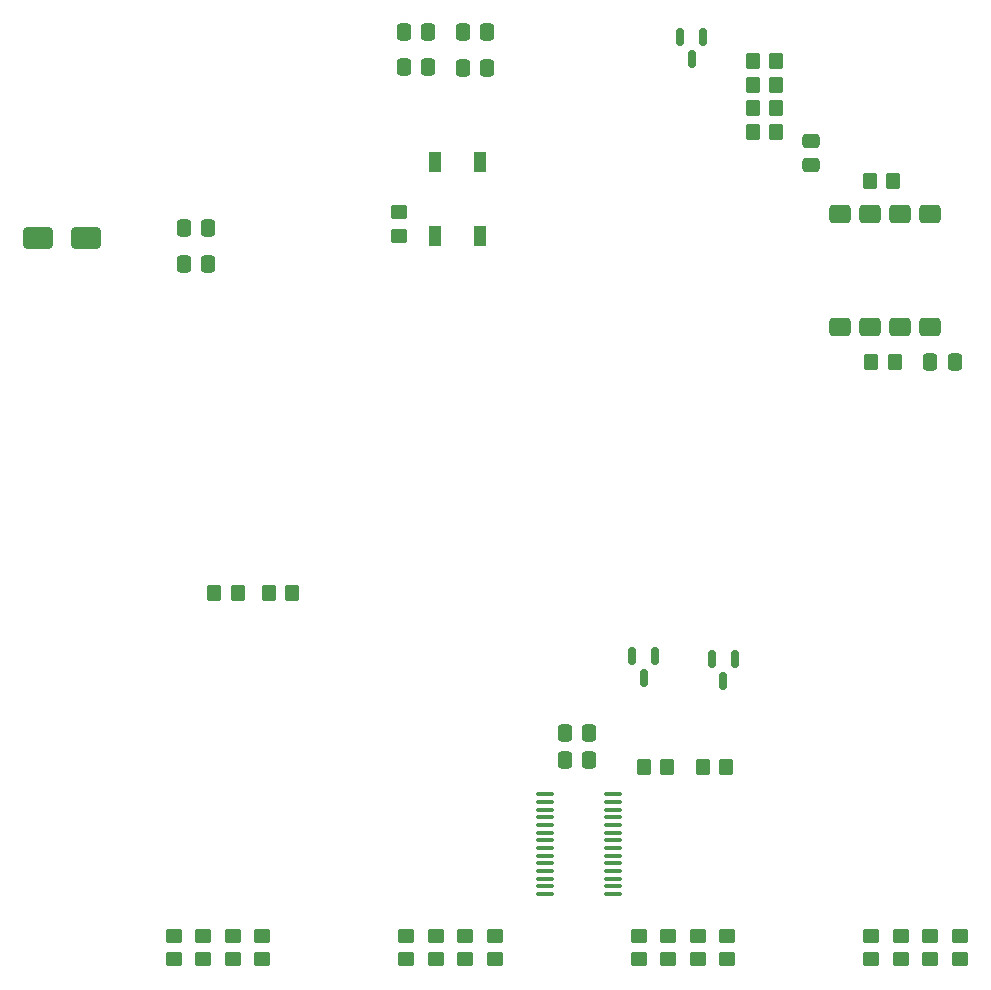
<source format=gbr>
%TF.GenerationSoftware,KiCad,Pcbnew,7.0.6+dfsg-1*%
%TF.CreationDate,2023-07-26T00:01:03-03:00*%
%TF.ProjectId,DMX_servo_controller_hardware,444d585f-7365-4727-966f-5f636f6e7472,rev?*%
%TF.SameCoordinates,Original*%
%TF.FileFunction,Paste,Top*%
%TF.FilePolarity,Positive*%
%FSLAX46Y46*%
G04 Gerber Fmt 4.6, Leading zero omitted, Abs format (unit mm)*
G04 Created by KiCad (PCBNEW 7.0.6+dfsg-1) date 2023-07-26 00:01:03*
%MOMM*%
%LPD*%
G01*
G04 APERTURE LIST*
G04 Aperture macros list*
%AMRoundRect*
0 Rectangle with rounded corners*
0 $1 Rounding radius*
0 $2 $3 $4 $5 $6 $7 $8 $9 X,Y pos of 4 corners*
0 Add a 4 corners polygon primitive as box body*
4,1,4,$2,$3,$4,$5,$6,$7,$8,$9,$2,$3,0*
0 Add four circle primitives for the rounded corners*
1,1,$1+$1,$2,$3*
1,1,$1+$1,$4,$5*
1,1,$1+$1,$6,$7*
1,1,$1+$1,$8,$9*
0 Add four rect primitives between the rounded corners*
20,1,$1+$1,$2,$3,$4,$5,0*
20,1,$1+$1,$4,$5,$6,$7,0*
20,1,$1+$1,$6,$7,$8,$9,0*
20,1,$1+$1,$8,$9,$2,$3,0*%
G04 Aperture macros list end*
%ADD10RoundRect,0.250000X0.337500X0.475000X-0.337500X0.475000X-0.337500X-0.475000X0.337500X-0.475000X0*%
%ADD11RoundRect,0.250000X-0.450000X0.350000X-0.450000X-0.350000X0.450000X-0.350000X0.450000X0.350000X0*%
%ADD12RoundRect,0.250000X-0.475000X0.337500X-0.475000X-0.337500X0.475000X-0.337500X0.475000X0.337500X0*%
%ADD13RoundRect,0.250000X-0.350000X-0.450000X0.350000X-0.450000X0.350000X0.450000X-0.350000X0.450000X0*%
%ADD14RoundRect,0.250000X-0.337500X-0.475000X0.337500X-0.475000X0.337500X0.475000X-0.337500X0.475000X0*%
%ADD15RoundRect,0.250000X0.350000X0.450000X-0.350000X0.450000X-0.350000X-0.450000X0.350000X-0.450000X0*%
%ADD16RoundRect,0.150000X-0.150000X0.587500X-0.150000X-0.587500X0.150000X-0.587500X0.150000X0.587500X0*%
%ADD17RoundRect,0.100000X-0.637500X-0.100000X0.637500X-0.100000X0.637500X0.100000X-0.637500X0.100000X0*%
%ADD18R,1.000000X1.700000*%
%ADD19RoundRect,0.250000X1.000000X0.650000X-1.000000X0.650000X-1.000000X-0.650000X1.000000X-0.650000X0*%
%ADD20RoundRect,0.249344X-0.640656X0.510656X-0.640656X-0.510656X0.640656X-0.510656X0.640656X0.510656X0*%
G04 APERTURE END LIST*
D10*
%TO.C,C9*%
X118400000Y-90655000D03*
X116325000Y-90655000D03*
%TD*%
D11*
%TO.C,R16*%
X140150000Y-147531250D03*
X140150000Y-149531250D03*
%TD*%
%TO.C,R11*%
X117975000Y-147531250D03*
X117975000Y-149531250D03*
%TD*%
%TO.C,R19*%
X157325000Y-147531250D03*
X157325000Y-149531250D03*
%TD*%
%TO.C,R25*%
X182000000Y-147531250D03*
X182000000Y-149531250D03*
%TD*%
%TO.C,R23*%
X177000000Y-147531250D03*
X177000000Y-149531250D03*
%TD*%
D12*
%TO.C,C11*%
X169399416Y-80242500D03*
X169399416Y-82317500D03*
%TD*%
D10*
%TO.C,C5*%
X137000727Y-74000000D03*
X134925727Y-74000000D03*
%TD*%
D11*
%TO.C,R20*%
X159825000Y-147531250D03*
X159825000Y-149531250D03*
%TD*%
D13*
%TO.C,R1*%
X118900000Y-118500000D03*
X120900000Y-118500000D03*
%TD*%
D11*
%TO.C,R22*%
X174500000Y-147531250D03*
X174500000Y-149531250D03*
%TD*%
D13*
%TO.C,R6*%
X164481000Y-75488800D03*
X166481000Y-75488800D03*
%TD*%
%TO.C,R8*%
X164481000Y-73507600D03*
X166481000Y-73507600D03*
%TD*%
D14*
%TO.C,C6*%
X179517583Y-98992498D03*
X181592583Y-98992498D03*
%TD*%
D11*
%TO.C,R21*%
X162325000Y-147531250D03*
X162325000Y-149531250D03*
%TD*%
D15*
%TO.C,R5*%
X157250000Y-133281250D03*
X155250000Y-133281250D03*
%TD*%
D13*
%TO.C,R7*%
X164481000Y-77456014D03*
X166481000Y-77456014D03*
%TD*%
D11*
%TO.C,R17*%
X142650000Y-147531250D03*
X142650000Y-149531250D03*
%TD*%
%TO.C,R28*%
X134530000Y-86300000D03*
X134530000Y-88300000D03*
%TD*%
D10*
%TO.C,C1*%
X150637500Y-132650000D03*
X148562500Y-132650000D03*
%TD*%
D15*
%TO.C,R27*%
X176500000Y-98992498D03*
X174500000Y-98992498D03*
%TD*%
D10*
%TO.C,C2*%
X150637500Y-130400000D03*
X148562500Y-130400000D03*
%TD*%
D11*
%TO.C,R18*%
X154825000Y-147531250D03*
X154825000Y-149531250D03*
%TD*%
D15*
%TO.C,R2*%
X125500000Y-118500000D03*
X123500000Y-118500000D03*
%TD*%
D16*
%TO.C,D1*%
X160259868Y-71419465D03*
X158359868Y-71419465D03*
X159309868Y-73294465D03*
%TD*%
D10*
%TO.C,C7*%
X142015798Y-70993615D03*
X139940798Y-70993615D03*
%TD*%
D16*
%TO.C,Q2*%
X156194800Y-123827300D03*
X154294800Y-123827300D03*
X155244800Y-125702300D03*
%TD*%
D15*
%TO.C,R3*%
X162250000Y-133281250D03*
X160250000Y-133281250D03*
%TD*%
D11*
%TO.C,R15*%
X137650000Y-147531250D03*
X137650000Y-149531250D03*
%TD*%
D17*
%TO.C,U1*%
X146887500Y-135556250D03*
X146887500Y-136206250D03*
X146887500Y-136856250D03*
X146887500Y-137506250D03*
X146887500Y-138156250D03*
X146887500Y-138806250D03*
X146887500Y-139456250D03*
X146887500Y-140106250D03*
X146887500Y-140756250D03*
X146887500Y-141406250D03*
X146887500Y-142056250D03*
X146887500Y-142706250D03*
X146887500Y-143356250D03*
X146887500Y-144006250D03*
X152612500Y-144006250D03*
X152612500Y-143356250D03*
X152612500Y-142706250D03*
X152612500Y-142056250D03*
X152612500Y-141406250D03*
X152612500Y-140756250D03*
X152612500Y-140106250D03*
X152612500Y-139456250D03*
X152612500Y-138806250D03*
X152612500Y-138156250D03*
X152612500Y-137506250D03*
X152612500Y-136856250D03*
X152612500Y-136206250D03*
X152612500Y-135556250D03*
%TD*%
D11*
%TO.C,R14*%
X135150000Y-147531250D03*
X135150000Y-149531250D03*
%TD*%
D10*
%TO.C,C8*%
X142000000Y-74074242D03*
X139925000Y-74074242D03*
%TD*%
D18*
%TO.C,SW1*%
X137600000Y-88300000D03*
X137600000Y-82000000D03*
X141400000Y-88300000D03*
X141400000Y-82000000D03*
%TD*%
D19*
%TO.C,D2*%
X108000000Y-88500000D03*
X104000000Y-88500000D03*
%TD*%
D11*
%TO.C,R12*%
X120475000Y-147531250D03*
X120475000Y-149531250D03*
%TD*%
D10*
%TO.C,C10*%
X118400000Y-87645000D03*
X116325000Y-87645000D03*
%TD*%
D11*
%TO.C,R10*%
X115475000Y-147531250D03*
X115475000Y-149531250D03*
%TD*%
D10*
%TO.C,C4*%
X137000727Y-70993615D03*
X134925727Y-70993615D03*
%TD*%
D15*
%TO.C,R9*%
X166481000Y-79451200D03*
X164481000Y-79451200D03*
%TD*%
D11*
%TO.C,R24*%
X179500000Y-147531250D03*
X179500000Y-149531250D03*
%TD*%
D20*
%TO.C,U3*%
X179510000Y-86435000D03*
X176970000Y-86435000D03*
X174430000Y-86435000D03*
X171890000Y-86435000D03*
X171890000Y-95965000D03*
X174430000Y-95965000D03*
X176970000Y-95965000D03*
X179510000Y-95965000D03*
%TD*%
D13*
%TO.C,R26*%
X174400000Y-83600000D03*
X176400000Y-83600000D03*
%TD*%
D11*
%TO.C,R13*%
X122975000Y-147531250D03*
X122975000Y-149531250D03*
%TD*%
D16*
%TO.C,Q1*%
X162944800Y-124114800D03*
X161044800Y-124114800D03*
X161994800Y-125989800D03*
%TD*%
M02*

</source>
